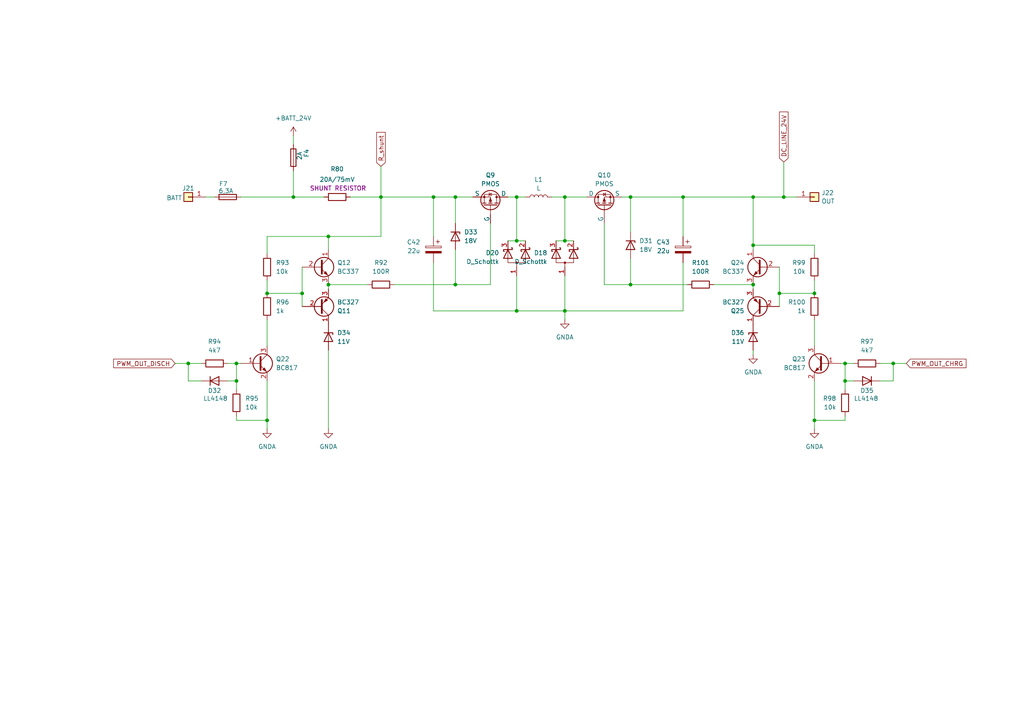
<source format=kicad_sch>
(kicad_sch (version 20231120) (generator "eeschema") (generator_version "8.0")
  (paper "A4")
  (lib_symbols
    (symbol "Connector_Generic:Conn_01x01" (pin_names (offset 1.016) hide)
      (property "Reference" "J" (at 0 2.54 0))
      (property "Value" "Conn_01x01" (at 0 -2.54 0))
      (symbol "Conn_01x01_1_1"
        (rectangle (start -1.27 0.127) (end 0 -0.127) (stroke (width 0.1524)))
        (rectangle (start -1.27 1.27) (end 1.27 -1.27) (stroke (width 0.254)) (fill (type background)))
        (pin passive line (at -5.08 0 0) (length 3.81) (name "Pin_1") (number "1"))
      )
    )
    (symbol "Device:C_Polarized" (pin_numbers hide) (pin_names (offset 0.254))
      (property "Reference" "C" (at 0.635 2.54 0))
      (property "Value" "C_Polarized" (at 0.635 -2.54 0))
      (symbol "C_Polarized_0_1"
        (rectangle (start -2.286 0.508) (end 2.286 1.016))
        (polyline (pts (xy -1.778 2.286) (xy -0.762 2.286)))
        (polyline (pts (xy -1.27 2.794) (xy -1.27 1.778)))
        (rectangle (start 2.286 -0.508) (end -2.286 -1.016) (fill (type outline)))
      )
      (symbol "C_Polarized_1_1"
        (pin passive line (at 0 3.81 270) (length 2.794) (name "~") (number "1"))
        (pin passive line (at 0 -3.81 90) (length 2.794) (name "~") (number "2"))
      )
    )
    (symbol "Device:D_Schottky_Dual_CommonAnode_AKK_Parallel" (pin_names (offset 0.762) hide)
      (property "Reference" "D" (at 0 5.08 0))
      (property "Value" "D_Schottky_Dual_CommonAnode_AKK_Parallel" (at 0 -5.08 0))
      (symbol "D_Schottky_Dual_CommonAnode_AKK_Parallel_0_1"
        (circle (center -1.27 0) (radius 0.254) (fill (type outline)))
        (polyline (pts (xy -1.27 0) (xy -2.54 0)))
        (polyline (pts (xy 2.54 2.54) (xy -1.27 2.54) (xy -1.27 -2.54) (xy 2.54 -2.54)))
        (polyline (pts (xy 0 -1.27) (xy 2.54 -2.54) (xy 0 -3.81) (xy 0 -1.27) (xy 0 -1.27) (xy 0 -1.27)) (stroke (width 0.254)))
        (polyline (pts (xy 0 3.81) (xy 2.54 2.54) (xy 0 1.27) (xy 0 3.81) (xy 0 3.81) (xy 0 3.81)) (stroke (width 0.254)))
        (polyline (pts (xy 3.048 -1.524) (xy 3.048 -1.27) (xy 2.54 -1.27) (xy 2.54 -3.81) (xy 2.032 -3.81) (xy 2.032 -3.556)) (stroke (width 0.254)))
        (polyline (pts (xy 3.048 3.556) (xy 3.048 3.81) (xy 2.54 3.81) (xy 2.54 1.27) (xy 2.032 1.27) (xy 2.032 1.524)) (stroke (width 0.254)))
        (pin passive line (at -5.08 0 0) (length 2.54) (name "A") (number "1"))
        (pin passive line (at 5.08 2.54 180) (length 2.54) (name "K") (number "2"))
        (pin passive line (at 5.08 -2.54 180) (length 2.54) (name "K") (number "3"))
      )
    )
    (symbol "Device:D_Zener" (pin_numbers hide) (pin_names (offset 1.016) hide)
      (property "Reference" "D" (at 0 2.54 0))
      (property "Value" "D_Zener" (at 0 -2.54 0))
      (symbol "D_Zener_0_1"
        (polyline (pts (xy 1.27 0) (xy -1.27 0)))
        (polyline (pts (xy -1.27 -1.27) (xy -1.27 1.27) (xy -0.762 1.27)) (stroke (width 0.254)))
        (polyline (pts (xy 1.27 -1.27) (xy 1.27 1.27) (xy -1.27 0) (xy 1.27 -1.27)) (stroke (width 0.254)))
      )
      (symbol "D_Zener_1_1"
        (pin passive line (at -3.81 0 0) (length 2.54) (name "K") (number "1"))
        (pin passive line (at 3.81 0 180) (length 2.54) (name "A") (number "2"))
      )
    )
    (symbol "Device:Fuse" (pin_numbers hide) (pin_names (offset 0))
      (property "Reference" "F" (at 2.032 0 90))
      (property "Value" "Fuse" (at -1.905 0 90))
      (symbol "Fuse_0_1"
        (rectangle (start -0.762 -2.54) (end 0.762 2.54) (stroke (width 0.254)))
        (polyline (pts (xy 0 2.54) (xy 0 -2.54)))
      )
      (symbol "Fuse_1_1"
        (pin passive line (at 0 3.81 270) (length 1.27) (name "~") (number "1"))
        (pin passive line (at 0 -3.81 90) (length 1.27) (name "~") (number "2"))
      )
    )
    (symbol "Device:L" (pin_numbers hide) (pin_names (offset 1.016) hide)
      (property "Reference" "L" (at -1.27 0 90))
      (property "Value" "L" (at 1.905 0 90))
      (symbol "L_0_1"
        (arc (start 0 -2.54) (mid 0.6323 -1.905) (end 0 -1.27))
        (arc (start 0 -1.27) (mid 0.6323 -0.635) (end 0 0))
        (arc (start 0 0) (mid 0.6323 0.635) (end 0 1.27))
        (arc (start 0 1.27) (mid 0.6323 1.905) (end 0 2.54))
      )
      (symbol "L_1_1"
        (pin passive line (at 0 3.81 270) (length 1.27) (name "1") (number "1"))
        (pin passive line (at 0 -3.81 90) (length 1.27) (name "2") (number "2"))
      )
    )
    (symbol "Device:R" (pin_numbers hide) (pin_names (offset 0))
      (property "Reference" "R" (at 2.032 0 90))
      (property "Value" "R" (at 0 0 90))
      (symbol "R_0_1"
        (rectangle (start -1.016 -2.54) (end 1.016 2.54) (stroke (width 0.254)))
      )
      (symbol "R_1_1"
        (pin passive line (at 0 3.81 270) (length 1.27) (name "~") (number "1"))
        (pin passive line (at 0 -3.81 90) (length 1.27) (name "~") (number "2"))
      )
    )
    (symbol "Diode:LL4148" (pin_numbers hide) (pin_names hide)
      (property "Reference" "D" (at 0 2.54 0))
      (property "Value" "LL4148" (at 0 -2.54 0))
      (symbol "LL4148_0_1"
        (polyline (pts (xy -1.27 1.27) (xy -1.27 -1.27)) (stroke (width 0.254)))
        (polyline (pts (xy 1.27 0) (xy -1.27 0)))
        (polyline (pts (xy 1.27 1.27) (xy 1.27 -1.27) (xy -1.27 0) (xy 1.27 1.27)) (stroke (width 0.254)))
      )
      (symbol "LL4148_1_1"
        (pin passive line (at -3.81 0 0) (length 2.54) (name "K") (number "1"))
        (pin passive line (at 3.81 0 180) (length 2.54) (name "A") (number "2"))
      )
    )
    (symbol "Simulation_SPICE:PMOS" (pin_numbers hide) (pin_names (offset 0))
      (property "Reference" "Q" (at 5.08 1.27 0))
      (property "Value" "PMOS" (at 5.08 -1.27 0))
      (symbol "PMOS_0_1"
        (polyline (pts (xy 0.254 0) (xy -2.54 0)))
        (polyline (pts (xy 0.254 1.905) (xy 0.254 -1.905)) (stroke (width 0.254)))
        (polyline (pts (xy 0.762 -1.27) (xy 0.762 -2.286)) (stroke (width 0.254)))
        (polyline (pts (xy 0.762 0.508) (xy 0.762 -0.508)) (stroke (width 0.254)))
        (polyline (pts (xy 0.762 2.286) (xy 0.762 1.27)) (stroke (width 0.254)))
        (polyline (pts (xy 2.54 2.54) (xy 2.54 1.778)))
        (polyline (pts (xy 2.54 -2.54) (xy 2.54 0) (xy 0.762 0)))
        (polyline (pts (xy 0.762 1.778) (xy 3.302 1.778) (xy 3.302 -1.778) (xy 0.762 -1.778)))
        (polyline (pts (xy 2.286 0) (xy 1.27 0.381) (xy 1.27 -0.381) (xy 2.286 0)) (fill (type outline)))
        (polyline (pts (xy 2.794 -0.508) (xy 2.921 -0.381) (xy 3.683 -0.381) (xy 3.81 -0.254)))
        (polyline (pts (xy 3.302 -0.381) (xy 2.921 0.254) (xy 3.683 0.254) (xy 3.302 -0.381)))
        (circle (center 1.651 0) (radius 2.794) (stroke (width 0.254)))
        (circle (center 2.54 -1.778) (radius 0.254) (fill (type outline)))
        (circle (center 2.54 1.778) (radius 0.254) (fill (type outline)))
      )
      (symbol "PMOS_1_1"
        (pin passive line (at 2.54 5.08 270) (length 2.54) (name "D") (number "1"))
        (pin input line (at -5.08 0 0) (length 2.54) (name "G") (number "2"))
        (pin passive line (at 2.54 -5.08 90) (length 2.54) (name "S") (number "3"))
      )
    )
    (symbol "Transistor_BJT:BC327" (pin_names (offset 0) hide)
      (property "Reference" "Q" (at 5.08 1.905 0))
      (property "Value" "BC327" (at 5.08 0 0))
      (symbol "BC327_0_1"
        (polyline (pts (xy 0.635 0.635) (xy 2.54 2.54)))
        (polyline (pts (xy 0.635 -0.635) (xy 2.54 -2.54) (xy 2.54 -2.54)))
        (polyline (pts (xy 0.635 1.905) (xy 0.635 -1.905) (xy 0.635 -1.905)) (stroke (width 0.508)))
        (polyline (pts (xy 2.286 -1.778) (xy 1.778 -2.286) (xy 1.27 -1.27) (xy 2.286 -1.778) (xy 2.286 -1.778)) (fill (type outline)))
        (circle (center 1.27 0) (radius 2.8194) (stroke (width 0.254)))
      )
      (symbol "BC327_1_1"
        (pin passive line (at 2.54 5.08 270) (length 2.54) (name "C") (number "1"))
        (pin input line (at -5.08 0 0) (length 5.715) (name "B") (number "2"))
        (pin passive line (at 2.54 -5.08 90) (length 2.54) (name "E") (number "3"))
      )
    )
    (symbol "Transistor_BJT:BC337" (pin_names (offset 0) hide)
      (property "Reference" "Q" (at 5.08 1.905 0))
      (property "Value" "BC337" (at 5.08 0 0))
      (symbol "BC337_0_1"
        (polyline (pts (xy 0 0) (xy 0.635 0)))
        (polyline (pts (xy 0.635 0.635) (xy 2.54 2.54)))
        (polyline (pts (xy 0.635 -0.635) (xy 2.54 -2.54) (xy 2.54 -2.54)))
        (polyline (pts (xy 0.635 1.905) (xy 0.635 -1.905) (xy 0.635 -1.905)) (stroke (width 0.508)))
        (polyline (pts (xy 1.27 -1.778) (xy 1.778 -1.27) (xy 2.286 -2.286) (xy 1.27 -1.778) (xy 1.27 -1.778)) (fill (type outline)))
        (circle (center 1.27 0) (radius 2.8194) (stroke (width 0.254)))
      )
      (symbol "BC337_1_1"
        (pin passive line (at 2.54 5.08 270) (length 2.54) (name "C") (number "1"))
        (pin input line (at -5.08 0 0) (length 5.08) (name "B") (number "2"))
        (pin passive line (at 2.54 -5.08 90) (length 2.54) (name "E") (number "3"))
      )
    )
    (symbol "Transistor_BJT:BC817" (pin_names (offset 0) hide)
      (property "Reference" "Q" (at 5.08 1.905 0))
      (property "Value" "BC817" (at 5.08 0 0))
      (symbol "BC817_0_1"
        (polyline (pts (xy 0.635 0.635) (xy 2.54 2.54)))
        (polyline (pts (xy 0.635 -0.635) (xy 2.54 -2.54) (xy 2.54 -2.54)))
        (polyline (pts (xy 0.635 1.905) (xy 0.635 -1.905) (xy 0.635 -1.905)) (stroke (width 0.508)))
        (polyline (pts (xy 1.27 -1.778) (xy 1.778 -1.27) (xy 2.286 -2.286) (xy 1.27 -1.778) (xy 1.27 -1.778)) (fill (type outline)))
        (circle (center 1.27 0) (radius 2.8194) (stroke (width 0.254)))
      )
      (symbol "BC817_1_1"
        (pin input line (at -5.08 0 0) (length 5.715) (name "B") (number "1"))
        (pin passive line (at 2.54 -5.08 90) (length 2.54) (name "E") (number "2"))
        (pin passive line (at 2.54 5.08 270) (length 2.54) (name "C") (number "3"))
      )
    )
    (symbol "power:+BATT" (power) (pin_numbers hide) (pin_names (offset 0) hide)
      (property "Value" "+BATT" (at 0 3.556 0))
      (symbol "+BATT_0_1"
        (polyline (pts (xy -0.762 1.27) (xy 0 2.54)))
        (polyline (pts (xy 0 0) (xy 0 2.54)))
        (polyline (pts (xy 0 2.54) (xy 0.762 1.27)))
      )
      (symbol "+BATT_1_1"
        (pin power_in line (at 0 0 90) (length 0) (name "~") (number "1"))
      )
    )
    (symbol "power:GNDA" (power) (pin_numbers hide) (pin_names (offset 0) hide)
      (property "Value" "GNDA" (at 0 -3.81 0))
      (symbol "GNDA_0_1"
        (polyline (pts (xy 0 0) (xy 0 -1.27) (xy 1.27 -1.27) (xy 0 -2.54) (xy -1.27 -1.27) (xy 0 -1.27)))
      )
      (symbol "GNDA_1_1"
        (pin power_in line (at 0 0 270) (length 0) (name "~") (number "1"))
      )
    )
  )
  (junction (at 85.09 57.15))
  (junction (at 149.86 57.15))
  (junction (at 87.63 85.09))
  (junction (at 77.47 121.92))
  (junction (at 54.61 105.41))
  (junction (at 132.08 82.55))
  (junction (at 245.11 105.41))
  (junction (at 95.25 82.55))
  (junction (at 236.22 121.92))
  (junction (at 149.86 69.85))
  (junction (at 245.11 110.49))
  (junction (at 110.49 57.15))
  (junction (at 68.58 105.41))
  (junction (at 226.06 85.09))
  (junction (at 132.08 57.15))
  (junction (at 163.83 57.15))
  (junction (at 236.22 85.09))
  (junction (at 95.25 68.58))
  (junction (at 163.83 90.17))
  (junction (at 198.12 57.15))
  (junction (at 182.88 82.55))
  (junction (at 68.58 110.49))
  (junction (at 218.44 82.55))
  (junction (at 218.44 71.12))
  (junction (at 218.44 57.15))
  (junction (at 163.83 69.85))
  (junction (at 77.47 85.09))
  (junction (at 125.73 57.15))
  (junction (at 149.86 90.17))
  (junction (at 182.88 57.15))
  (junction (at 227.33 57.15))
  (junction (at 259.08 105.41))
  (wire (pts (xy 255.27 110.49) (xy 259.08 110.49)))
  (wire (pts (xy 227.33 46.99) (xy 227.33 57.15)))
  (wire (pts (xy 163.83 57.15) (xy 163.83 69.85)))
  (wire (pts (xy 95.25 68.58) (xy 110.49 68.58)))
  (wire (pts (xy 58.42 110.49) (xy 54.61 110.49)))
  (wire (pts (xy 77.47 85.09) (xy 87.63 85.09)))
  (wire (pts (xy 182.88 57.15) (xy 198.12 57.15)))
  (wire (pts (xy 125.73 90.17) (xy 149.86 90.17)))
  (wire (pts (xy 85.09 57.15) (xy 93.98 57.15)))
  (wire (pts (xy 163.83 69.85) (xy 166.37 69.85)))
  (wire (pts (xy 182.88 82.55) (xy 199.39 82.55)))
  (wire (pts (xy 149.86 57.15) (xy 152.4 57.15)))
  (wire (pts (xy 87.63 77.47) (xy 87.63 85.09)))
  (wire (pts (xy 59.69 57.15) (xy 62.23 57.15)))
  (wire (pts (xy 218.44 82.55) (xy 218.44 83.82)))
  (wire (pts (xy 132.08 57.15) (xy 132.08 64.77)))
  (wire (pts (xy 218.44 82.55) (xy 207.01 82.55)))
  (wire (pts (xy 125.73 90.17) (xy 125.73 76.2)))
  (wire (pts (xy 77.47 110.49) (xy 77.47 121.92)))
  (wire (pts (xy 247.65 110.49) (xy 245.11 110.49)))
  (wire (pts (xy 132.08 82.55) (xy 142.24 82.55)))
  (wire (pts (xy 198.12 57.15) (xy 198.12 68.58)))
  (wire (pts (xy 68.58 110.49) (xy 68.58 105.41)))
  (wire (pts (xy 259.08 105.41) (xy 255.27 105.41)))
  (wire (pts (xy 259.08 110.49) (xy 259.08 105.41)))
  (wire (pts (xy 149.86 57.15) (xy 149.86 69.85)))
  (wire (pts (xy 163.83 90.17) (xy 163.83 80.01)))
  (wire (pts (xy 161.29 69.85) (xy 163.83 69.85)))
  (wire (pts (xy 218.44 57.15) (xy 227.33 57.15)))
  (wire (pts (xy 236.22 85.09) (xy 226.06 85.09)))
  (wire (pts (xy 163.83 92.71) (xy 163.83 90.17)))
  (wire (pts (xy 149.86 80.01) (xy 149.86 90.17)))
  (wire (pts (xy 95.25 101.6) (xy 95.25 124.46)))
  (wire (pts (xy 95.25 82.55) (xy 106.68 82.55)))
  (wire (pts (xy 114.3 82.55) (xy 132.08 82.55)))
  (wire (pts (xy 77.47 81.28) (xy 77.47 85.09)))
  (wire (pts (xy 163.83 57.15) (xy 170.18 57.15)))
  (wire (pts (xy 66.04 110.49) (xy 68.58 110.49)))
  (wire (pts (xy 77.47 121.92) (xy 68.58 121.92)))
  (wire (pts (xy 110.49 57.15) (xy 125.73 57.15)))
  (wire (pts (xy 236.22 71.12) (xy 218.44 71.12)))
  (wire (pts (xy 245.11 110.49) (xy 245.11 113.03)))
  (wire (pts (xy 175.26 64.77) (xy 175.26 82.55)))
  (wire (pts (xy 245.11 105.41) (xy 243.84 105.41)))
  (wire (pts (xy 182.88 57.15) (xy 182.88 67.31)))
  (wire (pts (xy 163.83 90.17) (xy 198.12 90.17)))
  (wire (pts (xy 77.47 121.92) (xy 77.47 124.46)))
  (wire (pts (xy 236.22 73.66) (xy 236.22 71.12)))
  (wire (pts (xy 69.85 57.15) (xy 85.09 57.15)))
  (wire (pts (xy 110.49 48.26) (xy 110.49 57.15)))
  (wire (pts (xy 85.09 49.53) (xy 85.09 57.15)))
  (wire (pts (xy 95.25 82.55) (xy 95.25 83.82)))
  (wire (pts (xy 149.86 69.85) (xy 152.4 69.85)))
  (wire (pts (xy 68.58 121.92) (xy 68.58 120.65)))
  (wire (pts (xy 54.61 110.49) (xy 54.61 105.41)))
  (wire (pts (xy 236.22 121.92) (xy 236.22 124.46)))
  (wire (pts (xy 245.11 121.92) (xy 245.11 120.65)))
  (wire (pts (xy 54.61 105.41) (xy 58.42 105.41)))
  (wire (pts (xy 227.33 57.15) (xy 231.14 57.15)))
  (wire (pts (xy 245.11 110.49) (xy 245.11 105.41)))
  (wire (pts (xy 180.34 57.15) (xy 182.88 57.15)))
  (wire (pts (xy 160.02 57.15) (xy 163.83 57.15)))
  (wire (pts (xy 226.06 77.47) (xy 226.06 85.09)))
  (wire (pts (xy 149.86 90.17) (xy 163.83 90.17)))
  (wire (pts (xy 236.22 121.92) (xy 245.11 121.92)))
  (wire (pts (xy 132.08 57.15) (xy 137.16 57.15)))
  (wire (pts (xy 68.58 110.49) (xy 68.58 113.03)))
  (wire (pts (xy 110.49 57.15) (xy 101.6 57.15)))
  (wire (pts (xy 218.44 57.15) (xy 218.44 71.12)))
  (wire (pts (xy 68.58 105.41) (xy 69.85 105.41)))
  (wire (pts (xy 226.06 85.09) (xy 226.06 88.9)))
  (wire (pts (xy 66.04 105.41) (xy 68.58 105.41)))
  (wire (pts (xy 182.88 74.93) (xy 182.88 82.55)))
  (wire (pts (xy 236.22 92.71) (xy 236.22 100.33)))
  (wire (pts (xy 125.73 57.15) (xy 125.73 68.58)))
  (wire (pts (xy 218.44 101.6) (xy 218.44 102.87)))
  (wire (pts (xy 247.65 105.41) (xy 245.11 105.41)))
  (wire (pts (xy 236.22 110.49) (xy 236.22 121.92)))
  (wire (pts (xy 236.22 81.28) (xy 236.22 85.09)))
  (wire (pts (xy 175.26 82.55) (xy 182.88 82.55)))
  (wire (pts (xy 77.47 73.66) (xy 77.47 68.58)))
  (wire (pts (xy 95.25 68.58) (xy 95.25 72.39)))
  (wire (pts (xy 50.8 105.41) (xy 54.61 105.41)))
  (wire (pts (xy 77.47 68.58) (xy 95.25 68.58)))
  (wire (pts (xy 218.44 71.12) (xy 218.44 72.39)))
  (wire (pts (xy 77.47 92.71) (xy 77.47 100.33)))
  (wire (pts (xy 147.32 69.85) (xy 149.86 69.85)))
  (wire (pts (xy 87.63 85.09) (xy 87.63 88.9)))
  (wire (pts (xy 125.73 57.15) (xy 132.08 57.15)))
  (wire (pts (xy 110.49 68.58) (xy 110.49 57.15)))
  (wire (pts (xy 198.12 57.15) (xy 218.44 57.15)))
  (wire (pts (xy 198.12 90.17) (xy 198.12 76.2)))
  (wire (pts (xy 85.09 39.37) (xy 85.09 41.91)))
  (wire (pts (xy 142.24 64.77) (xy 142.24 82.55)))
  (wire (pts (xy 147.32 57.15) (xy 149.86 57.15)))
  (wire (pts (xy 132.08 72.39) (xy 132.08 82.55)))
  (wire (pts (xy 262.89 105.41) (xy 259.08 105.41)))
  (global_label "PWM_OUT_CHRG" (shape input) (at 262.89 105.41 0) (property "Intersheetrefs" "${INTERSHEET_REFS}" (effects (hide yes))))
  (global_label "DC_LINE_24V" (shape input) (at 227.33 46.99 90) (property "Intersheetrefs" "${INTERSHEET_REFS}" (effects (hide yes))))
  (global_label "PWM_OUT_DISCH" (shape input) (at 50.8 105.41 180) (property "Intersheetrefs" "${INTERSHEET_REFS}" (effects (hide yes))))
  (global_label "R_shunt" (shape input) (at 110.49 48.26 90) (property "Intersheetrefs" "${INTERSHEET_REFS}" (effects (hide yes))))
  (symbol (lib_id "Device:D_Schottky_Dual_CommonAnode_AKK_Parallel") (at 149.86 74.93 270) (mirror x) (unit 1)
    (property "Reference" "D20" (at 144.78 73.3424 90) (effects (justify right)))
    (property "Value" "D_Schottk" (at 144.78 75.8824 90) (effects (justify right)))
    (property "Footprint" "Package_TO_SOT_THT:TO-220-3_Vertical" (effects (hide yes)))
    (property "Description" "Dual Schottky diode, common anode on pin 1" (effects (hide yes)))
  )
  (symbol (lib_id "Device:R") (at 68.58 116.84 180) (unit 1)
    (property "Reference" "R95" (at 71.12 115.5699 0) (effects (justify right)))
    (property "Value" "10k" (at 71.12 118.1099 0) (effects (justify right)))
    (property "Footprint" "Resistor_SMD:R_0805_2012Metric" (effects (hide yes)))
    (property "Description" "Resistor" (effects (hide yes)))
  )
  (symbol (lib_id "Device:L") (at 156.21 57.15 90) (unit 1)
    (property "Reference" "L1" (at 156.21 52.07 90))
    (property "Value" "L" (at 156.21 54.61 90))
    (property "Footprint" "Inductor_THT:L_Axial_L26.0mm_D11.0mm_P30.48mm_Horizontal_Fastron_77A" (effects (hide yes)))
    (property "Description" "Inductor" (effects (hide yes)))
  )
  (symbol (lib_id "Transistor_BJT:BC327") (at 220.98 88.9 180) (unit 1)
    (property "Reference" "Q25" (at 215.9 90.1701 0) (effects (justify left)))
    (property "Value" "BC327" (at 215.9 87.6301 0) (effects (justify left)))
    (property "Footprint" "Package_TO_SOT_THT:TO-92_Inline" (effects (hide yes)))
    (property "Datasheet" "http://www.onsemi.com/pub_link/Collateral/BC327-D.PDF" (effects (hide yes)))
    (property "Description" "0.8A Ic, 45V Vce, PNP Transistor, TO-92" (effects (hide yes)))
  )
  (symbol (lib_id "Device:R") (at 203.2 82.55 270) (mirror x) (unit 1)
    (property "Reference" "R101" (at 203.2 76.2 90))
    (property "Value" "100R" (at 203.2 78.74 90))
    (property "Footprint" "Resistor_SMD:R_0805_2012Metric" (effects (hide yes)))
    (property "Description" "Resistor" (effects (hide yes)))
  )
  (symbol (lib_id "power:GNDA") (at 236.22 124.46 0) (unit 1)
    (property "Reference" "#PWR0166" (effects (hide yes)))
    (property "Value" "GNDA" (at 236.22 129.54 0))
    (property "Description" "Power symbol creates a global label with name \"GNDA\" , analog ground" (effects (hide yes)))
  )
  (symbol (lib_id "power:+BATT") (at 85.09 39.37 0) (unit 1)
    (property "Reference" "#PWR0162" (effects (hide yes)))
    (property "Value" "+BATT_24V" (at 85.09 34.29 0))
    (property "Description" "Power symbol creates a global label with name \"+BATT\"" (effects (hide yes)))
  )
  (symbol (lib_id "power:GNDA") (at 218.44 102.87 0) (unit 1)
    (property "Reference" "#PWR0172" (effects (hide yes)))
    (property "Value" "GNDA" (at 218.44 107.95 0))
    (property "Description" "Power symbol creates a global label with name \"GNDA\" , analog ground" (effects (hide yes)))
  )
  (symbol (lib_id "Device:R") (at 77.47 88.9 180) (unit 1)
    (property "Reference" "R96" (at 80.01 87.6299 0) (effects (justify right)))
    (property "Value" "1k" (at 80.01 90.1699 0) (effects (justify right)))
    (property "Footprint" "Resistor_SMD:R_0805_2012Metric" (effects (hide yes)))
    (property "Description" "Resistor" (effects (hide yes)))
  )
  (symbol (lib_id "Device:D_Zener") (at 95.25 97.79 270) (unit 1)
    (property "Reference" "D34" (at 97.79 96.5199 90) (effects (justify left)))
    (property "Value" "11V" (at 97.79 99.0599 90) (effects (justify left)))
    (property "Footprint" "Diode_SMD:D_MiniMELF" (effects (hide yes)))
    (property "Description" "Zener diode" (effects (hide yes)))
  )
  (symbol (lib_id "Device:R") (at 245.11 116.84 0) (mirror x) (unit 1)
    (property "Reference" "R98" (at 242.57 115.5699 0) (effects (justify right)))
    (property "Value" "10k" (at 242.57 118.1099 0) (effects (justify right)))
    (property "Footprint" "Resistor_SMD:R_0805_2012Metric" (effects (hide yes)))
    (property "Description" "Resistor" (effects (hide yes)))
  )
  (symbol (lib_id "Device:C_Polarized") (at 125.73 72.39 0) (mirror y) (unit 1)
    (property "Reference" "C42" (at 121.92 70.2309 0) (effects (justify left)))
    (property "Value" "22u" (at 121.92 72.7709 0) (effects (justify left)))
    (property "Footprint" "Capacitor_Tantalum_SMD:CP_EIA-3528-21_Kemet-B" (effects (hide yes)))
    (property "Description" "Polarized capacitor" (effects (hide yes)))
  )
  (symbol (lib_id "Device:D_Zener") (at 182.88 71.12 270) (unit 1)
    (property "Reference" "D31" (at 185.42 69.8499 90) (effects (justify left)))
    (property "Value" "18V" (at 185.42 72.3899 90) (effects (justify left)))
    (property "Footprint" "Diode_SMD:D_MiniMELF" (effects (hide yes)))
    (property "Description" "Zener diode" (effects (hide yes)))
  )
  (symbol (lib_id "Simulation_SPICE:PMOS") (at 175.26 59.69 90) (unit 1)
    (property "Reference" "Q10" (at 175.26 50.8 90))
    (property "Value" "PMOS" (at 175.26 53.34 90))
    (property "Footprint" "Package_TO_SOT_THT:TO-220-3_Vertical" (effects (hide yes)))
    (property "Datasheet" "https://ngspice.sourceforge.io/docs/ngspice-html-manual/manual.xhtml#cha_MOSFETs" (effects (hide yes)))
    (property "Description" "P-MOSFET transistor, drain/source/gate" (effects (hide yes)))
    (property "Sim.Device" "PMOS" (effects (hide yes)))
    (property "Sim.Type" "VDMOS" (effects (hide yes)))
    (property "Sim.Pins" "1=D 2=G 3=S" (effects (hide yes)))
  )
  (symbol (lib_id "Transistor_BJT:BC327") (at 92.71 88.9 0) (mirror x) (unit 1)
    (property "Reference" "Q11" (at 97.79 90.1701 0) (effects (justify left)))
    (property "Value" "BC327" (at 97.79 87.6301 0) (effects (justify left)))
    (property "Footprint" "Package_TO_SOT_THT:TO-92_Inline" (effects (hide yes)))
    (property "Datasheet" "http://www.onsemi.com/pub_link/Collateral/BC327-D.PDF" (effects (hide yes)))
    (property "Description" "0.8A Ic, 45V Vce, PNP Transistor, TO-92" (effects (hide yes)))
  )
  (symbol (lib_id "Device:R") (at 97.79 57.15 90) (unit 1)
    (property "Reference" "R80" (at 97.79 49.022 90))
    (property "Value" "20A/75mV" (at 97.79 52.07 90))
    (property "Footprint" "Resistor_THT:R_Axial_Power_L38.0mm_W9.0mm_P40.64mm" (effects (hide yes)))
    (property "Description" "SHUNT RESISTOR" (at 98.044 54.61 90))
  )
  (symbol (lib_id "Device:Fuse") (at 85.09 45.72 0) (unit 1)
    (property "Reference" "F4" (at 88.9 44.45 90))
    (property "Value" "2A" (at 86.868 45.212 90))
    (property "Footprint" "Fuse:Fuse_2512_6332Metric_Pad1.52x3.35mm_HandSolder" (effects (hide yes)))
    (property "Description" "Fuse" (effects (hide yes)))
  )
  (symbol (lib_id "Device:C_Polarized") (at 198.12 72.39 0) (mirror y) (unit 1)
    (property "Reference" "C43" (at 194.31 70.2309 0) (effects (justify left)))
    (property "Value" "22u" (at 194.31 72.7709 0) (effects (justify left)))
    (property "Footprint" "Capacitor_Tantalum_SMD:CP_EIA-3528-21_Kemet-B" (effects (hide yes)))
    (property "Description" "Polarized capacitor" (effects (hide yes)))
  )
  (symbol (lib_id "Device:R") (at 236.22 77.47 0) (mirror x) (unit 1)
    (property "Reference" "R99" (at 233.68 76.1999 0) (effects (justify right)))
    (property "Value" "10k" (at 233.68 78.7399 0) (effects (justify right)))
    (property "Footprint" "Resistor_SMD:R_0805_2012Metric" (effects (hide yes)))
    (property "Description" "Resistor" (effects (hide yes)))
  )
  (symbol (lib_id "Transistor_BJT:BC337") (at 92.71 77.47 0) (unit 1)
    (property "Reference" "Q12" (at 97.79 76.1999 0) (effects (justify left)))
    (property "Value" "BC337" (at 97.79 78.7399 0) (effects (justify left)))
    (property "Footprint" "Package_TO_SOT_THT:TO-92_Inline" (effects (hide yes)))
    (property "Datasheet" "https://diotec.com/tl_files/diotec/files/pdf/datasheets/bc337.pdf" (effects (hide yes)))
    (property "Description" "0.8A Ic, 45V Vce, NPN Transistor, TO-92" (effects (hide yes)))
  )
  (symbol (lib_id "Device:Fuse") (at 66.04 57.15 90) (unit 1)
    (property "Reference" "F7" (at 64.77 53.34 90))
    (property "Value" "6,3A" (at 65.532 55.372 90))
    (property "Footprint" "Fuse:Fuse_2512_6332Metric_Pad1.52x3.35mm_HandSolder" (effects (hide yes)))
    (property "Description" "Fuse" (effects (hide yes)))
  )
  (symbol (lib_id "Diode:LL4148") (at 62.23 110.49 0) (unit 1)
    (property "Reference" "D32" (at 62.23 113.284 0))
    (property "Value" "LL4148" (at 62.484 115.57 0))
    (property "Footprint" "Diode_SMD:D_MiniMELF" (effects (hide yes)))
    (property "Datasheet" "http://www.vishay.com/docs/85557/ll4148.pdf" (effects (hide yes)))
    (property "Description" "100V 0.15A standard switching diode, MiniMELF" (effects (hide yes)))
    (property "Sim.Device" "D" (effects (hide yes)))
    (property "Sim.Pins" "1=K 2=A" (effects (hide yes)))
  )
  (symbol (lib_id "Transistor_BJT:BC817") (at 238.76 105.41 0) (mirror y) (unit 1)
    (property "Reference" "Q23" (at 233.68 104.1399 0) (effects (justify left)))
    (property "Value" "BC817" (at 233.68 106.6799 0) (effects (justify left)))
    (property "Footprint" "Package_TO_SOT_SMD:SOT-23" (effects (hide yes)))
    (property "Datasheet" "https://www.onsemi.com/pub/Collateral/BC818-D.pdf" (effects (hide yes)))
    (property "Description" "0.8A Ic, 45V Vce, NPN Transistor, SOT-23" (effects (hide yes)))
  )
  (symbol (lib_id "Device:D_Zener") (at 218.44 97.79 90) (mirror x) (unit 1)
    (property "Reference" "D36" (at 215.9 96.5199 90) (effects (justify left)))
    (property "Value" "11V" (at 215.9 99.0599 90) (effects (justify left)))
    (property "Footprint" "Diode_SMD:D_MiniMELF" (effects (hide yes)))
    (property "Description" "Zener diode" (effects (hide yes)))
  )
  (symbol (lib_id "power:GNDA") (at 77.47 124.46 0) (unit 1)
    (property "Reference" "#PWR0174" (effects (hide yes)))
    (property "Value" "GNDA" (at 77.47 129.54 0))
    (property "Description" "Power symbol creates a global label with name \"GNDA\" , analog ground" (effects (hide yes)))
  )
  (symbol (lib_id "Simulation_SPICE:PMOS") (at 142.24 59.69 270) (mirror x) (unit 1)
    (property "Reference" "Q9" (at 142.24 50.8 90))
    (property "Value" "PMOS" (at 142.24 53.34 90))
    (property "Footprint" "Package_TO_SOT_THT:TO-220-3_Vertical" (effects (hide yes)))
    (property "Datasheet" "https://ngspice.sourceforge.io/docs/ngspice-html-manual/manual.xhtml#cha_MOSFETs" (effects (hide yes)))
    (property "Description" "P-MOSFET transistor, drain/source/gate" (effects (hide yes)))
    (property "Sim.Device" "PMOS" (effects (hide yes)))
    (property "Sim.Type" "VDMOS" (effects (hide yes)))
    (property "Sim.Pins" "1=D 2=G 3=S" (effects (hide yes)))
  )
  (symbol (lib_id "power:GNDA") (at 95.25 124.46 0) (unit 1)
    (property "Reference" "#PWR085" (effects (hide yes)))
    (property "Value" "GNDA" (at 95.25 129.54 0))
    (property "Description" "Power symbol creates a global label with name \"GNDA\" , analog ground" (effects (hide yes)))
  )
  (symbol (lib_id "Device:R") (at 110.49 82.55 90) (unit 1)
    (property "Reference" "R92" (at 110.49 76.2 90))
    (property "Value" "100R" (at 110.49 78.74 90))
    (property "Footprint" "Resistor_SMD:R_0805_2012Metric" (effects (hide yes)))
    (property "Description" "Resistor" (effects (hide yes)))
  )
  (symbol (lib_id "Transistor_BJT:BC817") (at 74.93 105.41 0) (unit 1)
    (property "Reference" "Q22" (at 80.01 104.1399 0) (effects (justify left)))
    (property "Value" "BC817" (at 80.01 106.6799 0) (effects (justify left)))
    (property "Footprint" "Package_TO_SOT_SMD:SOT-23" (effects (hide yes)))
    (property "Datasheet" "https://www.onsemi.com/pub/Collateral/BC818-D.pdf" (effects (hide yes)))
    (property "Description" "0.8A Ic, 45V Vce, NPN Transistor, SOT-23" (effects (hide yes)))
  )
  (symbol (lib_id "Transistor_BJT:BC337") (at 220.98 77.47 0) (mirror y) (unit 1)
    (property "Reference" "Q24" (at 215.9 76.1999 0) (effects (justify left)))
    (property "Value" "BC337" (at 215.9 78.7399 0) (effects (justify left)))
    (property "Footprint" "Package_TO_SOT_THT:TO-92_Inline" (effects (hide yes)))
    (property "Datasheet" "https://diotec.com/tl_files/diotec/files/pdf/datasheets/bc337.pdf" (effects (hide yes)))
    (property "Description" "0.8A Ic, 45V Vce, NPN Transistor, TO-92" (effects (hide yes)))
  )
  (symbol (lib_id "Connector_Generic:Conn_01x01") (at 54.61 57.15 180) (unit 1)
    (property "Reference" "J21" (at 54.61 54.61 0))
    (property "Value" "BATT" (at 50.546 57.404 0))
    (property "Footprint" "Connector_Pin:Pin_D1.4mm_L8.5mm_W2.8mm_FlatFork" (effects (hide yes)))
    (property "Description" "Generic connector, single row, 01x01, script generated (kicad-library-utils/schlib/autogen/connector/)" (effects (hide yes)))
  )
  (symbol (lib_id "Device:D_Schottky_Dual_CommonAnode_AKK_Parallel") (at 163.83 74.93 270) (mirror x) (unit 1)
    (property "Reference" "D18" (at 158.75 73.3424 90) (effects (justify right)))
    (property "Value" "D_Schottk" (at 158.75 75.8824 90) (effects (justify right)))
    (property "Footprint" "Package_TO_SOT_THT:TO-220-3_Vertical" (effects (hide yes)))
    (property "Description" "Dual Schottky diode, common anode on pin 1" (effects (hide yes)))
  )
  (symbol (lib_id "power:GNDA") (at 163.83 92.71 0) (unit 1)
    (property "Reference" "#PWR0165" (effects (hide yes)))
    (property "Value" "GNDA" (at 163.83 97.79 0))
    (property "Description" "Power symbol creates a global label with name \"GNDA\" , analog ground" (effects (hide yes)))
  )
  (symbol (lib_id "Device:D_Zener") (at 132.08 68.58 270) (unit 1)
    (property "Reference" "D33" (at 134.62 67.3099 90) (effects (justify left)))
    (property "Value" "18V" (at 134.62 69.8499 90) (effects (justify left)))
    (property "Footprint" "Diode_SMD:D_MiniMELF" (effects (hide yes)))
    (property "Description" "Zener diode" (effects (hide yes)))
  )
  (symbol (lib_id "Device:R") (at 62.23 105.41 90) (unit 1)
    (property "Reference" "R94" (at 62.23 99.06 90))
    (property "Value" "4k7" (at 62.23 101.6 90))
    (property "Footprint" "Resistor_SMD:R_0805_2012Metric" (effects (hide yes)))
    (property "Description" "Resistor" (effects (hide yes)))
  )
  (symbol (lib_id "Device:R") (at 251.46 105.41 270) (mirror x) (unit 1)
    (property "Reference" "R97" (at 251.46 99.06 90))
    (property "Value" "4k7" (at 251.46 101.6 90))
    (property "Footprint" "Resistor_SMD:R_0805_2012Metric" (effects (hide yes)))
    (property "Description" "Resistor" (effects (hide yes)))
  )
  (symbol (lib_id "Device:R") (at 77.47 77.47 180) (unit 1)
    (property "Reference" "R93" (at 80.01 76.1999 0) (effects (justify right)))
    (property "Value" "10k" (at 80.01 78.7399 0) (effects (justify right)))
    (property "Footprint" "Resistor_SMD:R_0805_2012Metric" (effects (hide yes)))
    (property "Description" "Resistor" (effects (hide yes)))
  )
  (symbol (lib_id "Diode:LL4148") (at 251.46 110.49 0) (mirror y) (unit 1)
    (property "Reference" "D35" (at 251.46 113.284 0))
    (property "Value" "LL4148" (at 251.206 115.57 0))
    (property "Footprint" "Diode_SMD:D_MiniMELF" (effects (hide yes)))
    (property "Datasheet" "http://www.vishay.com/docs/85557/ll4148.pdf" (effects (hide yes)))
    (property "Description" "100V 0.15A standard switching diode, MiniMELF" (effects (hide yes)))
    (property "Sim.Device" "D" (effects (hide yes)))
    (property "Sim.Pins" "1=K 2=A" (effects (hide yes)))
  )
  (symbol (lib_id "Device:R") (at 236.22 88.9 0) (mirror x) (unit 1)
    (property "Reference" "R100" (at 233.68 87.6299 0) (effects (justify right)))
    (property "Value" "1k" (at 233.68 90.1699 0) (effects (justify right)))
    (property "Footprint" "Resistor_SMD:R_0805_2012Metric" (effects (hide yes)))
    (property "Description" "Resistor" (effects (hide yes)))
  )
  (symbol (lib_id "Connector_Generic:Conn_01x01") (at 236.22 57.15 0) (unit 1)
    (property "Reference" "J22" (at 238.252 55.9378 0) (effects (justify left)))
    (property "Value" "OUT" (at 238.252 58.3621 0) (effects (justify left)))
    (property "Footprint" "Connector_Pin:Pin_D1.4mm_L8.5mm_W2.8mm_FlatFork" (effects (hide yes)))
    (property "Description" "Generic connector, single row, 01x01, script generated (kicad-library-utils/schlib/autogen/connector/)" (effects (hide yes)))
  )
)
</source>
